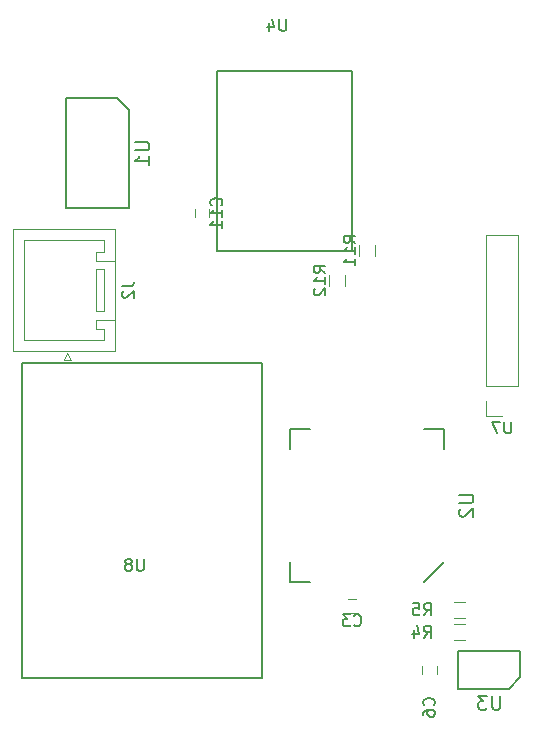
<source format=gbr>
G04 #@! TF.FileFunction,Legend,Bot*
%FSLAX46Y46*%
G04 Gerber Fmt 4.6, Leading zero omitted, Abs format (unit mm)*
G04 Created by KiCad (PCBNEW 4.0.7) date 12/26/17 15:46:09*
%MOMM*%
%LPD*%
G01*
G04 APERTURE LIST*
%ADD10C,0.100000*%
%ADD11C,0.150000*%
%ADD12C,0.120000*%
G04 APERTURE END LIST*
D10*
D11*
X143920000Y-59485000D02*
X144920000Y-60485000D01*
X144920000Y-60485000D02*
X144920000Y-68785000D01*
X144920000Y-68785000D02*
X139560000Y-68785000D01*
X139560000Y-68785000D02*
X139560000Y-59485000D01*
X139560000Y-59485000D02*
X143920000Y-59485000D01*
X169900000Y-100480000D02*
X171600000Y-98780000D01*
X171600000Y-89180000D02*
X171600000Y-87480000D01*
X171600000Y-87480000D02*
X169900000Y-87480000D01*
X158600000Y-98780000D02*
X158600000Y-100480000D01*
X158600000Y-100480000D02*
X160300000Y-100480000D01*
X158600000Y-89180000D02*
X158600000Y-87480000D01*
X158600000Y-87480000D02*
X160300000Y-87480000D01*
X178075500Y-108521500D02*
X177075500Y-109521500D01*
X177075500Y-109521500D02*
X172825500Y-109521500D01*
X172825500Y-109521500D02*
X172825500Y-106251500D01*
X172825500Y-106251500D02*
X178075500Y-106251500D01*
X178075500Y-106251500D02*
X178075500Y-108521500D01*
X152400000Y-57150000D02*
X163830000Y-57150000D01*
X163830000Y-57150000D02*
X163830000Y-72390000D01*
X163830000Y-72390000D02*
X152400000Y-72390000D01*
X152400000Y-72390000D02*
X152400000Y-57150000D01*
D12*
X175200000Y-71060000D02*
X177860000Y-71060000D01*
X175200000Y-83820000D02*
X175200000Y-71060000D01*
X177860000Y-83820000D02*
X177860000Y-71060000D01*
X175200000Y-83820000D02*
X177860000Y-83820000D01*
X175200000Y-85090000D02*
X175200000Y-86420000D01*
X175200000Y-86420000D02*
X176530000Y-86420000D01*
X163480000Y-103089000D02*
X164180000Y-103089000D01*
X164180000Y-101889000D02*
X163480000Y-101889000D01*
X170970500Y-108236500D02*
X170970500Y-107536500D01*
X169770500Y-107536500D02*
X169770500Y-108236500D01*
X173410500Y-104031500D02*
X172410500Y-104031500D01*
X172410500Y-105391500D02*
X173410500Y-105391500D01*
X172410500Y-103486500D02*
X173410500Y-103486500D01*
X173410500Y-102126500D02*
X172410500Y-102126500D01*
D11*
X135890000Y-108585000D02*
X156210000Y-108585000D01*
X156210000Y-108585000D02*
X156210000Y-81915000D01*
X156210000Y-81915000D02*
X135890000Y-81915000D01*
X135890000Y-81915000D02*
X135890000Y-108585000D01*
D12*
X142850000Y-77490000D02*
X142100000Y-77490000D01*
X142100000Y-77490000D02*
X142100000Y-73990000D01*
X142100000Y-73990000D02*
X142850000Y-73990000D01*
X142850000Y-73990000D02*
X142850000Y-77490000D01*
X143750000Y-78240000D02*
X142100000Y-78240000D01*
X142100000Y-78240000D02*
X142100000Y-78990000D01*
X142100000Y-78990000D02*
X142850000Y-78990000D01*
X142850000Y-78990000D02*
X142850000Y-79990000D01*
X142850000Y-79990000D02*
X136050000Y-79990000D01*
X136050000Y-79990000D02*
X136050000Y-75740000D01*
X143750000Y-73240000D02*
X142100000Y-73240000D01*
X142100000Y-73240000D02*
X142100000Y-72490000D01*
X142100000Y-72490000D02*
X142850000Y-72490000D01*
X142850000Y-72490000D02*
X142850000Y-71490000D01*
X142850000Y-71490000D02*
X136050000Y-71490000D01*
X136050000Y-71490000D02*
X136050000Y-75740000D01*
X143750000Y-80890000D02*
X135150000Y-80890000D01*
X135150000Y-80890000D02*
X135150000Y-70590000D01*
X135150000Y-70590000D02*
X143750000Y-70590000D01*
X143750000Y-70590000D02*
X143750000Y-80890000D01*
X139700000Y-81090000D02*
X139400000Y-81690000D01*
X139400000Y-81690000D02*
X140000000Y-81690000D01*
X140000000Y-81690000D02*
X139700000Y-81090000D01*
X165780000Y-72890000D02*
X165780000Y-71890000D01*
X164420000Y-71890000D02*
X164420000Y-72890000D01*
X163240000Y-75430000D02*
X163240000Y-74430000D01*
X161880000Y-74430000D02*
X161880000Y-75430000D01*
X151730000Y-69565000D02*
X151730000Y-68865000D01*
X150530000Y-68865000D02*
X150530000Y-69565000D01*
D11*
X145462857Y-63220714D02*
X146434286Y-63220714D01*
X146548571Y-63277857D01*
X146605714Y-63335000D01*
X146662857Y-63449286D01*
X146662857Y-63677857D01*
X146605714Y-63792143D01*
X146548571Y-63849286D01*
X146434286Y-63906429D01*
X145462857Y-63906429D01*
X146662857Y-65106429D02*
X146662857Y-64420714D01*
X146662857Y-64763572D02*
X145462857Y-64763572D01*
X145634286Y-64649286D01*
X145748571Y-64535000D01*
X145805714Y-64420714D01*
X172892857Y-93065714D02*
X173864286Y-93065714D01*
X173978571Y-93122857D01*
X174035714Y-93180000D01*
X174092857Y-93294286D01*
X174092857Y-93522857D01*
X174035714Y-93637143D01*
X173978571Y-93694286D01*
X173864286Y-93751429D01*
X172892857Y-93751429D01*
X173007143Y-94265714D02*
X172950000Y-94322857D01*
X172892857Y-94437143D01*
X172892857Y-94722857D01*
X172950000Y-94837143D01*
X173007143Y-94894286D01*
X173121429Y-94951429D01*
X173235714Y-94951429D01*
X173407143Y-94894286D01*
X174092857Y-94208572D01*
X174092857Y-94951429D01*
X176364786Y-110064357D02*
X176364786Y-111035786D01*
X176307643Y-111150071D01*
X176250500Y-111207214D01*
X176136214Y-111264357D01*
X175907643Y-111264357D01*
X175793357Y-111207214D01*
X175736214Y-111150071D01*
X175679071Y-111035786D01*
X175679071Y-110064357D01*
X175221928Y-110064357D02*
X174479071Y-110064357D01*
X174879071Y-110521500D01*
X174707643Y-110521500D01*
X174593357Y-110578643D01*
X174536214Y-110635786D01*
X174479071Y-110750071D01*
X174479071Y-111035786D01*
X174536214Y-111150071D01*
X174593357Y-111207214D01*
X174707643Y-111264357D01*
X175050500Y-111264357D01*
X175164786Y-111207214D01*
X175221928Y-111150071D01*
X158241905Y-52792381D02*
X158241905Y-53601905D01*
X158194286Y-53697143D01*
X158146667Y-53744762D01*
X158051429Y-53792381D01*
X157860952Y-53792381D01*
X157765714Y-53744762D01*
X157718095Y-53697143D01*
X157670476Y-53601905D01*
X157670476Y-52792381D01*
X156765714Y-53125714D02*
X156765714Y-53792381D01*
X157003810Y-52744762D02*
X157241905Y-53459048D01*
X156622857Y-53459048D01*
X177291905Y-86872381D02*
X177291905Y-87681905D01*
X177244286Y-87777143D01*
X177196667Y-87824762D01*
X177101429Y-87872381D01*
X176910952Y-87872381D01*
X176815714Y-87824762D01*
X176768095Y-87777143D01*
X176720476Y-87681905D01*
X176720476Y-86872381D01*
X176339524Y-86872381D02*
X175672857Y-86872381D01*
X176101429Y-87872381D01*
X163996666Y-104096143D02*
X164044285Y-104143762D01*
X164187142Y-104191381D01*
X164282380Y-104191381D01*
X164425238Y-104143762D01*
X164520476Y-104048524D01*
X164568095Y-103953286D01*
X164615714Y-103762810D01*
X164615714Y-103619952D01*
X164568095Y-103429476D01*
X164520476Y-103334238D01*
X164425238Y-103239000D01*
X164282380Y-103191381D01*
X164187142Y-103191381D01*
X164044285Y-103239000D01*
X163996666Y-103286619D01*
X163663333Y-103191381D02*
X163044285Y-103191381D01*
X163377619Y-103572333D01*
X163234761Y-103572333D01*
X163139523Y-103619952D01*
X163091904Y-103667571D01*
X163044285Y-103762810D01*
X163044285Y-104000905D01*
X163091904Y-104096143D01*
X163139523Y-104143762D01*
X163234761Y-104191381D01*
X163520476Y-104191381D01*
X163615714Y-104143762D01*
X163663333Y-104096143D01*
X170727643Y-110894834D02*
X170775262Y-110847215D01*
X170822881Y-110704358D01*
X170822881Y-110609120D01*
X170775262Y-110466262D01*
X170680024Y-110371024D01*
X170584786Y-110323405D01*
X170394310Y-110275786D01*
X170251452Y-110275786D01*
X170060976Y-110323405D01*
X169965738Y-110371024D01*
X169870500Y-110466262D01*
X169822881Y-110609120D01*
X169822881Y-110704358D01*
X169870500Y-110847215D01*
X169918119Y-110894834D01*
X169822881Y-111751977D02*
X169822881Y-111561500D01*
X169870500Y-111466262D01*
X169918119Y-111418643D01*
X170060976Y-111323405D01*
X170251452Y-111275786D01*
X170632405Y-111275786D01*
X170727643Y-111323405D01*
X170775262Y-111371024D01*
X170822881Y-111466262D01*
X170822881Y-111656739D01*
X170775262Y-111751977D01*
X170727643Y-111799596D01*
X170632405Y-111847215D01*
X170394310Y-111847215D01*
X170299071Y-111799596D01*
X170251452Y-111751977D01*
X170203833Y-111656739D01*
X170203833Y-111466262D01*
X170251452Y-111371024D01*
X170299071Y-111323405D01*
X170394310Y-111275786D01*
X169902166Y-105163881D02*
X170235500Y-104687690D01*
X170473595Y-105163881D02*
X170473595Y-104163881D01*
X170092642Y-104163881D01*
X169997404Y-104211500D01*
X169949785Y-104259119D01*
X169902166Y-104354357D01*
X169902166Y-104497214D01*
X169949785Y-104592452D01*
X169997404Y-104640071D01*
X170092642Y-104687690D01*
X170473595Y-104687690D01*
X169045023Y-104497214D02*
X169045023Y-105163881D01*
X169283119Y-104116262D02*
X169521214Y-104830548D01*
X168902166Y-104830548D01*
X169902166Y-103258881D02*
X170235500Y-102782690D01*
X170473595Y-103258881D02*
X170473595Y-102258881D01*
X170092642Y-102258881D01*
X169997404Y-102306500D01*
X169949785Y-102354119D01*
X169902166Y-102449357D01*
X169902166Y-102592214D01*
X169949785Y-102687452D01*
X169997404Y-102735071D01*
X170092642Y-102782690D01*
X170473595Y-102782690D01*
X168997404Y-102258881D02*
X169473595Y-102258881D01*
X169521214Y-102735071D01*
X169473595Y-102687452D01*
X169378357Y-102639833D01*
X169140261Y-102639833D01*
X169045023Y-102687452D01*
X168997404Y-102735071D01*
X168949785Y-102830310D01*
X168949785Y-103068405D01*
X168997404Y-103163643D01*
X169045023Y-103211262D01*
X169140261Y-103258881D01*
X169378357Y-103258881D01*
X169473595Y-103211262D01*
X169521214Y-103163643D01*
X146176905Y-98512381D02*
X146176905Y-99321905D01*
X146129286Y-99417143D01*
X146081667Y-99464762D01*
X145986429Y-99512381D01*
X145795952Y-99512381D01*
X145700714Y-99464762D01*
X145653095Y-99417143D01*
X145605476Y-99321905D01*
X145605476Y-98512381D01*
X144986429Y-98940952D02*
X145081667Y-98893333D01*
X145129286Y-98845714D01*
X145176905Y-98750476D01*
X145176905Y-98702857D01*
X145129286Y-98607619D01*
X145081667Y-98560000D01*
X144986429Y-98512381D01*
X144795952Y-98512381D01*
X144700714Y-98560000D01*
X144653095Y-98607619D01*
X144605476Y-98702857D01*
X144605476Y-98750476D01*
X144653095Y-98845714D01*
X144700714Y-98893333D01*
X144795952Y-98940952D01*
X144986429Y-98940952D01*
X145081667Y-98988571D01*
X145129286Y-99036190D01*
X145176905Y-99131429D01*
X145176905Y-99321905D01*
X145129286Y-99417143D01*
X145081667Y-99464762D01*
X144986429Y-99512381D01*
X144795952Y-99512381D01*
X144700714Y-99464762D01*
X144653095Y-99417143D01*
X144605476Y-99321905D01*
X144605476Y-99131429D01*
X144653095Y-99036190D01*
X144700714Y-98988571D01*
X144795952Y-98940952D01*
X144352381Y-75406667D02*
X145066667Y-75406667D01*
X145209524Y-75359047D01*
X145304762Y-75263809D01*
X145352381Y-75120952D01*
X145352381Y-75025714D01*
X144447619Y-75835238D02*
X144400000Y-75882857D01*
X144352381Y-75978095D01*
X144352381Y-76216191D01*
X144400000Y-76311429D01*
X144447619Y-76359048D01*
X144542857Y-76406667D01*
X144638095Y-76406667D01*
X144780952Y-76359048D01*
X145352381Y-75787619D01*
X145352381Y-76406667D01*
X164102381Y-71747143D02*
X163626190Y-71413809D01*
X164102381Y-71175714D02*
X163102381Y-71175714D01*
X163102381Y-71556667D01*
X163150000Y-71651905D01*
X163197619Y-71699524D01*
X163292857Y-71747143D01*
X163435714Y-71747143D01*
X163530952Y-71699524D01*
X163578571Y-71651905D01*
X163626190Y-71556667D01*
X163626190Y-71175714D01*
X164102381Y-72699524D02*
X164102381Y-72128095D01*
X164102381Y-72413809D02*
X163102381Y-72413809D01*
X163245238Y-72318571D01*
X163340476Y-72223333D01*
X163388095Y-72128095D01*
X164102381Y-73651905D02*
X164102381Y-73080476D01*
X164102381Y-73366190D02*
X163102381Y-73366190D01*
X163245238Y-73270952D01*
X163340476Y-73175714D01*
X163388095Y-73080476D01*
X161562381Y-74287143D02*
X161086190Y-73953809D01*
X161562381Y-73715714D02*
X160562381Y-73715714D01*
X160562381Y-74096667D01*
X160610000Y-74191905D01*
X160657619Y-74239524D01*
X160752857Y-74287143D01*
X160895714Y-74287143D01*
X160990952Y-74239524D01*
X161038571Y-74191905D01*
X161086190Y-74096667D01*
X161086190Y-73715714D01*
X161562381Y-75239524D02*
X161562381Y-74668095D01*
X161562381Y-74953809D02*
X160562381Y-74953809D01*
X160705238Y-74858571D01*
X160800476Y-74763333D01*
X160848095Y-74668095D01*
X160657619Y-75620476D02*
X160610000Y-75668095D01*
X160562381Y-75763333D01*
X160562381Y-76001429D01*
X160610000Y-76096667D01*
X160657619Y-76144286D01*
X160752857Y-76191905D01*
X160848095Y-76191905D01*
X160990952Y-76144286D01*
X161562381Y-75572857D01*
X161562381Y-76191905D01*
X152737143Y-68572143D02*
X152784762Y-68524524D01*
X152832381Y-68381667D01*
X152832381Y-68286429D01*
X152784762Y-68143571D01*
X152689524Y-68048333D01*
X152594286Y-68000714D01*
X152403810Y-67953095D01*
X152260952Y-67953095D01*
X152070476Y-68000714D01*
X151975238Y-68048333D01*
X151880000Y-68143571D01*
X151832381Y-68286429D01*
X151832381Y-68381667D01*
X151880000Y-68524524D01*
X151927619Y-68572143D01*
X152832381Y-69524524D02*
X152832381Y-68953095D01*
X152832381Y-69238809D02*
X151832381Y-69238809D01*
X151975238Y-69143571D01*
X152070476Y-69048333D01*
X152118095Y-68953095D01*
X152832381Y-70476905D02*
X152832381Y-69905476D01*
X152832381Y-70191190D02*
X151832381Y-70191190D01*
X151975238Y-70095952D01*
X152070476Y-70000714D01*
X152118095Y-69905476D01*
M02*

</source>
